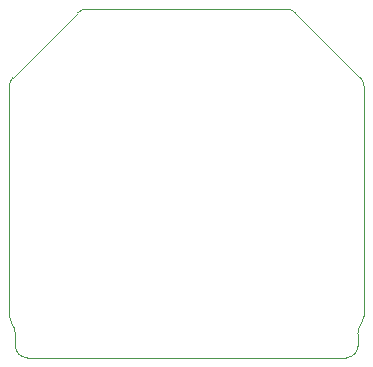
<source format=gbr>
%TF.GenerationSoftware,KiCad,Pcbnew,7.0.8-7.0.8~ubuntu22.04.1*%
%TF.CreationDate,2023-11-12T23:56:44-08:00*%
%TF.ProjectId,driver-tmc2160,64726976-6572-42d7-946d-63323136302e,rev?*%
%TF.SameCoordinates,Original*%
%TF.FileFunction,Profile,NP*%
%FSLAX46Y46*%
G04 Gerber Fmt 4.6, Leading zero omitted, Abs format (unit mm)*
G04 Created by KiCad (PCBNEW 7.0.8-7.0.8~ubuntu22.04.1) date 2023-11-12 23:56:44*
%MOMM*%
%LPD*%
G01*
G04 APERTURE LIST*
%TA.AperFunction,Profile*%
%ADD10C,0.100000*%
%TD*%
G04 APERTURE END LIST*
D10*
X125792893Y-56292893D02*
X120292893Y-61792893D01*
X120292893Y-61792893D02*
G75*
G03*
X120000000Y-62500000I707101J-707104D01*
G01*
X126500000Y-56000001D02*
G75*
G03*
X125792894Y-56292894I-3J-999993D01*
G01*
X149707107Y-61792893D02*
X144207107Y-56292893D01*
X144207108Y-56292892D02*
G75*
G03*
X143500000Y-56000000I-707104J-707102D01*
G01*
X150000000Y-62500000D02*
G75*
G03*
X149707107Y-61792893I-1000000J0D01*
G01*
X126500000Y-56000000D02*
X143500000Y-56000000D01*
X149832050Y-82554700D02*
G75*
G03*
X150000000Y-82000000I-832050J554700D01*
G01*
X120000000Y-82000000D02*
X120000000Y-62500000D01*
X148500000Y-85500000D02*
X121500000Y-85500000D01*
X120500000Y-83500000D02*
X120500000Y-84500000D01*
X150000000Y-62500000D02*
X150000000Y-82000000D01*
X149832049Y-82554699D02*
G75*
G03*
X149500000Y-83500000I1179551J-945301D01*
G01*
X149500000Y-83500000D02*
X149500000Y-84500000D01*
X120499998Y-83500000D02*
G75*
G03*
X120167950Y-82554700I-1511598J0D01*
G01*
X120000001Y-82000000D02*
G75*
G03*
X120167951Y-82554700I999999J0D01*
G01*
X120500000Y-84500000D02*
G75*
G03*
X121500000Y-85500000I1000000J0D01*
G01*
X148500001Y-85500000D02*
G75*
G03*
X149500000Y-84500000I-1J1000000D01*
G01*
M02*

</source>
